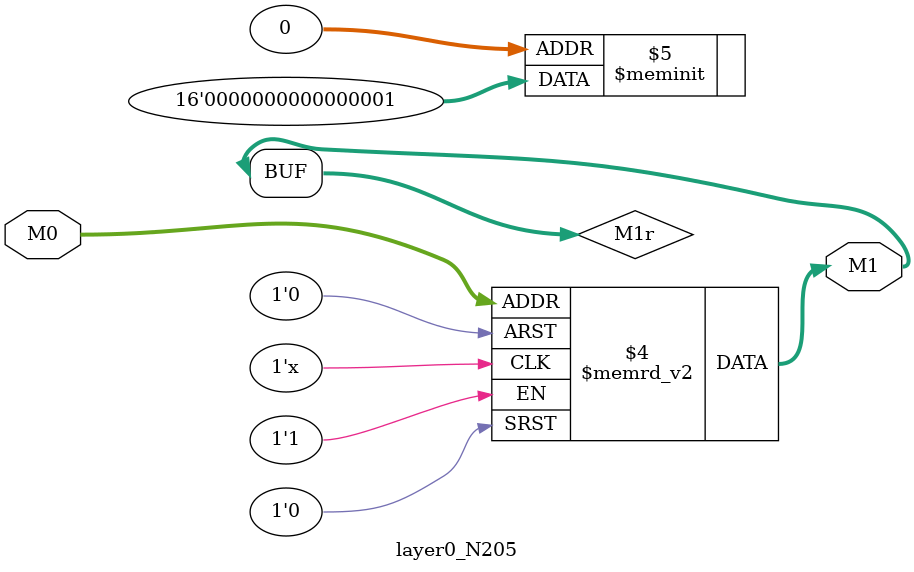
<source format=v>
module layer0_N205 ( input [2:0] M0, output [1:0] M1 );

	(*rom_style = "distributed" *) reg [1:0] M1r;
	assign M1 = M1r;
	always @ (M0) begin
		case (M0)
			3'b000: M1r = 2'b01;
			3'b100: M1r = 2'b00;
			3'b010: M1r = 2'b00;
			3'b110: M1r = 2'b00;
			3'b001: M1r = 2'b00;
			3'b101: M1r = 2'b00;
			3'b011: M1r = 2'b00;
			3'b111: M1r = 2'b00;

		endcase
	end
endmodule

</source>
